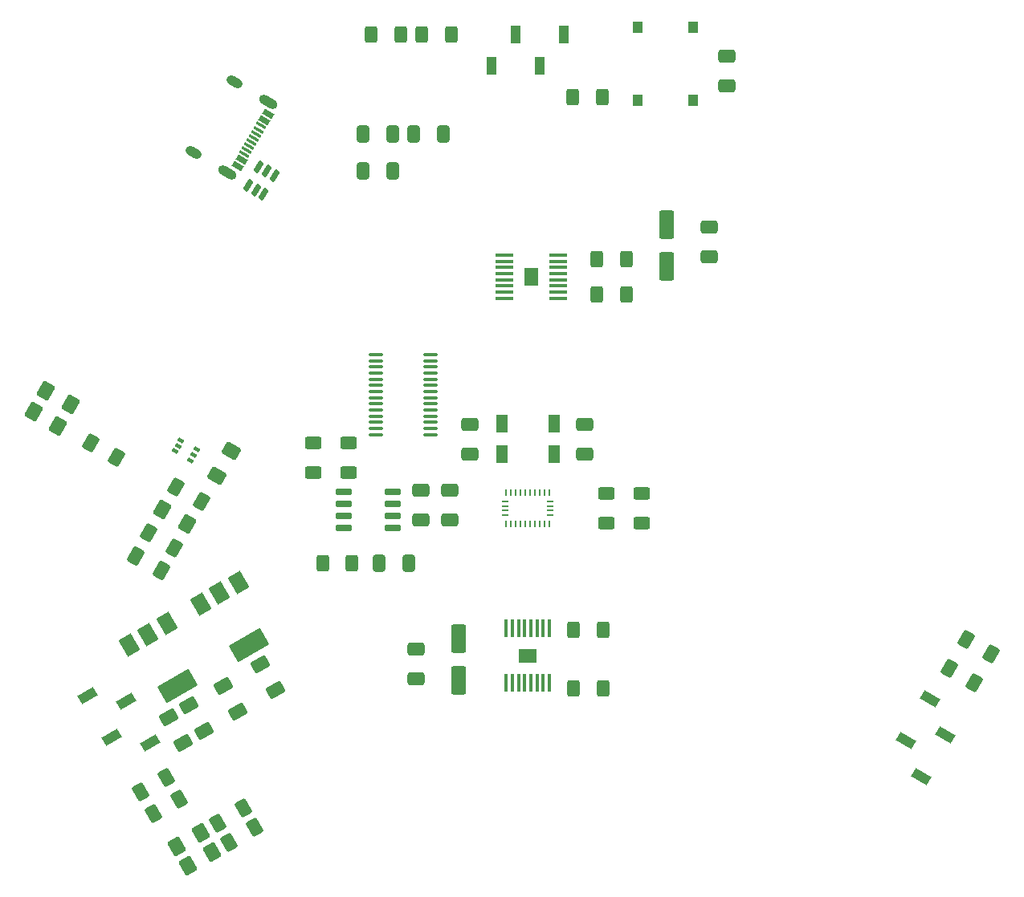
<source format=gbr>
%TF.GenerationSoftware,KiCad,Pcbnew,7.0.6*%
%TF.CreationDate,2024-05-15T12:06:43-04:00*%
%TF.ProjectId,remote_omnidirection_droid_v0.1,72656d6f-7465-45f6-9f6d-6e6964697265,rev?*%
%TF.SameCoordinates,Original*%
%TF.FileFunction,Paste,Top*%
%TF.FilePolarity,Positive*%
%FSLAX46Y46*%
G04 Gerber Fmt 4.6, Leading zero omitted, Abs format (unit mm)*
G04 Created by KiCad (PCBNEW 7.0.6) date 2024-05-15 12:06:43*
%MOMM*%
%LPD*%
G01*
G04 APERTURE LIST*
G04 Aperture macros list*
%AMRoundRect*
0 Rectangle with rounded corners*
0 $1 Rounding radius*
0 $2 $3 $4 $5 $6 $7 $8 $9 X,Y pos of 4 corners*
0 Add a 4 corners polygon primitive as box body*
4,1,4,$2,$3,$4,$5,$6,$7,$8,$9,$2,$3,0*
0 Add four circle primitives for the rounded corners*
1,1,$1+$1,$2,$3*
1,1,$1+$1,$4,$5*
1,1,$1+$1,$6,$7*
1,1,$1+$1,$8,$9*
0 Add four rect primitives between the rounded corners*
20,1,$1+$1,$2,$3,$4,$5,0*
20,1,$1+$1,$4,$5,$6,$7,0*
20,1,$1+$1,$6,$7,$8,$9,0*
20,1,$1+$1,$8,$9,$2,$3,0*%
%AMHorizOval*
0 Thick line with rounded ends*
0 $1 width*
0 $2 $3 position (X,Y) of the first rounded end (center of the circle)*
0 $4 $5 position (X,Y) of the second rounded end (center of the circle)*
0 Add line between two ends*
20,1,$1,$2,$3,$4,$5,0*
0 Add two circle primitives to create the rounded ends*
1,1,$1,$2,$3*
1,1,$1,$4,$5*%
%AMRotRect*
0 Rectangle, with rotation*
0 The origin of the aperture is its center*
0 $1 length*
0 $2 width*
0 $3 Rotation angle, in degrees counterclockwise*
0 Add horizontal line*
21,1,$1,$2,0,0,$3*%
G04 Aperture macros list end*
%ADD10RoundRect,0.100000X0.637500X0.100000X-0.637500X0.100000X-0.637500X-0.100000X0.637500X-0.100000X0*%
%ADD11RoundRect,0.250000X0.625000X-0.400000X0.625000X0.400000X-0.625000X0.400000X-0.625000X-0.400000X0*%
%ADD12R,1.300000X1.900000*%
%ADD13RoundRect,0.250000X-0.550000X1.250000X-0.550000X-1.250000X0.550000X-1.250000X0.550000X1.250000X0*%
%ADD14RoundRect,0.250000X0.650000X-0.412500X0.650000X0.412500X-0.650000X0.412500X-0.650000X-0.412500X0*%
%ADD15RoundRect,0.250000X0.658910X0.341266X-0.033910X0.741266X-0.658910X-0.341266X0.033910X-0.741266X0*%
%ADD16R,1.000000X1.900000*%
%ADD17RoundRect,0.250000X0.033910X0.741266X-0.658910X0.341266X-0.033910X-0.741266X0.658910X-0.341266X0*%
%ADD18RoundRect,0.250001X-0.713035X-0.310016X0.088036X-0.772515X0.713035X0.310016X-0.088036X0.772515X0*%
%ADD19RoundRect,0.250000X-0.658910X-0.341266X0.033910X-0.741266X0.658910X0.341266X-0.033910X0.741266X0*%
%ADD20RotRect,0.650000X0.400000X150.000000*%
%ADD21RoundRect,0.250000X-0.769167X0.032235X-0.356667X-0.682235X0.769167X-0.032235X0.356667X0.682235X0*%
%ADD22RoundRect,0.250000X-0.412500X-0.650000X0.412500X-0.650000X0.412500X0.650000X-0.412500X0.650000X0*%
%ADD23RotRect,1.900000X1.000000X30.000000*%
%ADD24RoundRect,0.250000X0.682235X0.356667X-0.032235X0.769167X-0.682235X-0.356667X0.032235X-0.769167X0*%
%ADD25R,1.000000X1.250000*%
%ADD26RoundRect,0.250000X-0.400000X-0.625000X0.400000X-0.625000X0.400000X0.625000X-0.400000X0.625000X0*%
%ADD27RoundRect,0.150000X-0.725000X-0.150000X0.725000X-0.150000X0.725000X0.150000X-0.725000X0.150000X0*%
%ADD28R,0.420766X1.955432*%
%ADD29RotRect,1.900000X1.000000X150.000000*%
%ADD30R,1.955432X0.420766*%
%ADD31RoundRect,0.250000X-0.033910X-0.741266X0.658910X-0.341266X0.033910X0.741266X-0.658910X0.341266X0*%
%ADD32RoundRect,0.250001X0.310016X-0.713035X0.772515X0.088036X-0.310016X0.713035X-0.772515X-0.088036X0*%
%ADD33RoundRect,0.250000X0.412500X0.650000X-0.412500X0.650000X-0.412500X-0.650000X0.412500X-0.650000X0*%
%ADD34RoundRect,0.250000X0.400000X0.625000X-0.400000X0.625000X-0.400000X-0.625000X0.400000X-0.625000X0*%
%ADD35RoundRect,0.250000X0.550000X-1.250000X0.550000X1.250000X-0.550000X1.250000X-0.550000X-1.250000X0*%
%ADD36RotRect,0.600000X1.150000X240.000000*%
%ADD37RotRect,0.300000X1.150000X240.000000*%
%ADD38HorizOval,1.000000X-0.476314X0.275000X0.476314X-0.275000X0*%
%ADD39HorizOval,1.000000X-0.346410X0.200000X0.346410X-0.200000X0*%
%ADD40RoundRect,0.150000X0.126346X0.518838X-0.386154X-0.368838X-0.126346X-0.518838X0.386154X0.368838X0*%
%ADD41R,0.254000X0.675000*%
%ADD42R,0.675000X0.254000*%
%ADD43RotRect,2.000000X1.500000X300.000000*%
%ADD44RotRect,2.000000X3.800000X300.000000*%
%ADD45RoundRect,0.250001X-0.088036X-0.772515X0.713035X-0.310016X0.088036X0.772515X-0.713035X0.310016X0*%
G04 APERTURE END LIST*
%TO.C,MD2*%
G36*
X102195000Y-125769289D02*
G01*
X100381778Y-125769289D01*
X100381778Y-124266067D01*
X102195000Y-124266067D01*
X102195000Y-125769289D01*
G37*
%TO.C,MD1*%
G36*
X102415002Y-85913293D02*
G01*
X100911780Y-85913293D01*
X100911780Y-84100071D01*
X102415002Y-84100071D01*
X102415002Y-85913293D01*
G37*
%TD*%
D10*
%TO.C,U5*%
X91006407Y-101677677D03*
X91006407Y-101027677D03*
X91006407Y-100377677D03*
X91006407Y-99727677D03*
X91006407Y-99077677D03*
X91006407Y-98427677D03*
X91006407Y-97777677D03*
X91006407Y-97127677D03*
X91006407Y-96477677D03*
X91006407Y-95827677D03*
X91006407Y-95177677D03*
X91006407Y-94527677D03*
X91006407Y-93877677D03*
X91006407Y-93227677D03*
X85281407Y-93227677D03*
X85281407Y-93877677D03*
X85281407Y-94527677D03*
X85281407Y-95177677D03*
X85281407Y-95827677D03*
X85281407Y-96477677D03*
X85281407Y-97127677D03*
X85281407Y-97777677D03*
X85281407Y-98427677D03*
X85281407Y-99077677D03*
X85281407Y-99727677D03*
X85281407Y-100377677D03*
X85281407Y-101027677D03*
X85281407Y-101677677D03*
%TD*%
D11*
%TO.C,R21*%
X109598389Y-110990569D03*
X109598389Y-107890569D03*
%TD*%
D12*
%TO.C,Y1*%
X98538387Y-103740569D03*
X104038387Y-103740569D03*
X104038387Y-100540569D03*
X98538387Y-100540569D03*
%TD*%
D13*
%TO.C,C11*%
X93998390Y-123192679D03*
X93998390Y-127592679D03*
%TD*%
D14*
%TO.C,C14*%
X107298389Y-103740572D03*
X107298389Y-100615572D03*
%TD*%
D15*
%TO.C,R3*%
X64047595Y-113610619D03*
X61362917Y-112060619D03*
%TD*%
D16*
%TO.C,J4*%
X105098388Y-59480676D03*
X102558388Y-62780676D03*
X100018388Y-59480676D03*
X97478388Y-62780676D03*
%TD*%
D17*
%TO.C,R4*%
X72462485Y-143142310D03*
X69777807Y-144692310D03*
%TD*%
D18*
%TO.C,D6*%
X50492945Y-97012967D03*
X53069371Y-98500467D03*
%TD*%
D19*
%TO.C,R12*%
X147483777Y-123260869D03*
X150168455Y-124810869D03*
%TD*%
D20*
%TO.C,Q1*%
X65742955Y-104374188D03*
X66067955Y-103811271D03*
X66392955Y-103248354D03*
X64747507Y-102298354D03*
X64422507Y-102861271D03*
X64097507Y-103424188D03*
%TD*%
D21*
%TO.C,C2*%
X63414084Y-131499913D03*
X64976584Y-134206243D03*
%TD*%
D17*
%TO.C,R5*%
X71300472Y-141099643D03*
X68615794Y-142649643D03*
%TD*%
D14*
%TO.C,C10*%
X89498388Y-127403071D03*
X89498388Y-124278071D03*
%TD*%
D15*
%TO.C,R13*%
X148394839Y-127882862D03*
X145710161Y-126332862D03*
%TD*%
D14*
%TO.C,C16*%
X89998390Y-110703070D03*
X89998390Y-107578070D03*
%TD*%
D11*
%TO.C,R16*%
X82398388Y-105690571D03*
X82398388Y-102590571D03*
%TD*%
D22*
%TO.C,C18*%
X85635892Y-115240573D03*
X88760892Y-115240573D03*
%TD*%
D23*
%TO.C,J2*%
X54854692Y-129248092D03*
X58982576Y-129797797D03*
X57394692Y-133647501D03*
X61522576Y-134197206D03*
%TD*%
D24*
%TO.C,C5*%
X62667582Y-116050886D03*
X59961252Y-114488386D03*
%TD*%
D25*
%TO.C,SW2*%
X118750908Y-58652678D03*
X118750908Y-66402678D03*
%TD*%
D26*
%TO.C,R17*%
X108564903Y-86886673D03*
X111664903Y-86886673D03*
%TD*%
D18*
%TO.C,D1*%
X62774584Y-109615545D03*
X65351010Y-111103045D03*
%TD*%
D21*
%TO.C,C6*%
X73113566Y-125899913D03*
X74676066Y-128606243D03*
%TD*%
D27*
%TO.C,U7*%
X81923391Y-107735569D03*
X81923391Y-109005569D03*
X81923391Y-110275569D03*
X81923391Y-111545569D03*
X87073391Y-111545569D03*
X87073391Y-110275569D03*
X87073391Y-109005569D03*
X87073391Y-107735569D03*
%TD*%
D28*
%TO.C,MD2*%
X99013391Y-127893062D03*
X99663389Y-127893062D03*
X100313391Y-127893062D03*
X100963389Y-127893062D03*
X101613391Y-127893062D03*
X102263389Y-127893062D03*
X102913391Y-127893062D03*
X103563389Y-127893062D03*
X103563389Y-122142294D03*
X102913391Y-122142294D03*
X102263389Y-122142294D03*
X101613391Y-122142294D03*
X100963389Y-122142294D03*
X100313391Y-122142294D03*
X99663389Y-122142294D03*
X99013391Y-122142294D03*
%TD*%
D29*
%TO.C,J5*%
X142781243Y-137805888D03*
X141193359Y-133956183D03*
X145321243Y-133406479D03*
X143733359Y-129556774D03*
%TD*%
D21*
%TO.C,C7*%
X65579146Y-130249915D03*
X67141646Y-132956245D03*
%TD*%
D18*
%TO.C,D4*%
X49192952Y-99264634D03*
X51769378Y-100752134D03*
%TD*%
D19*
%TO.C,R6*%
X64186257Y-107170467D03*
X66870935Y-108720467D03*
%TD*%
D30*
%TO.C,MD1*%
X98788007Y-82731684D03*
X98788007Y-83381682D03*
X98788007Y-84031684D03*
X98788007Y-84681682D03*
X98788007Y-85331684D03*
X98788007Y-85981682D03*
X98788007Y-86631684D03*
X98788007Y-87281682D03*
X104538775Y-87281682D03*
X104538775Y-86631684D03*
X104538775Y-85981682D03*
X104538775Y-85331684D03*
X104538775Y-84681682D03*
X104538775Y-84031684D03*
X104538775Y-83381682D03*
X104538775Y-82731684D03*
%TD*%
D31*
%TO.C,R7*%
X61836326Y-141661858D03*
X64521004Y-140111858D03*
%TD*%
D32*
%TO.C,D5*%
X68557535Y-105999188D03*
X70045035Y-103422762D03*
%TD*%
D33*
%TO.C,C9*%
X87069781Y-69922497D03*
X83944781Y-69922497D03*
%TD*%
D34*
%TO.C,R10*%
X87915908Y-59479679D03*
X84815908Y-59479679D03*
%TD*%
D11*
%TO.C,R22*%
X113288389Y-110990568D03*
X113288389Y-107890568D03*
%TD*%
D35*
%TO.C,C13*%
X115956906Y-83904677D03*
X115956906Y-79504677D03*
%TD*%
D36*
%TO.C,J1*%
X73904298Y-67804281D03*
X73504298Y-68497101D03*
D37*
X72929298Y-69493030D03*
X72429298Y-70359056D03*
X72179298Y-70792068D03*
X71679298Y-71658094D03*
D36*
X71104298Y-72654023D03*
X70704298Y-73346843D03*
X70704298Y-73346843D03*
X71104298Y-72654023D03*
D37*
X71429298Y-72091106D03*
X71929298Y-71225081D03*
X72679298Y-69926043D03*
X73179298Y-69060018D03*
D36*
X73504298Y-68497101D03*
X73904298Y-67804281D03*
D38*
X73966334Y-66546832D03*
D39*
X70346348Y-64456832D03*
D38*
X69646334Y-74029292D03*
D39*
X66026348Y-71939292D03*
%TD*%
D40*
%TO.C,U3*%
X74589566Y-74357362D03*
X73766842Y-73882362D03*
X72944118Y-73407362D03*
X71806618Y-75377570D03*
X72629342Y-75852570D03*
X73452066Y-76327570D03*
%TD*%
D26*
%TO.C,R18*%
X108564909Y-83126677D03*
X111664909Y-83126677D03*
%TD*%
%TO.C,R23*%
X79668388Y-115240569D03*
X82768388Y-115240569D03*
%TD*%
D25*
%TO.C,SW1*%
X112908908Y-58652673D03*
X112908908Y-66402673D03*
%TD*%
D31*
%TO.C,R8*%
X60508920Y-139362721D03*
X63193598Y-137812721D03*
%TD*%
D14*
%TO.C,C4*%
X122306909Y-64852177D03*
X122306909Y-61727177D03*
%TD*%
D34*
%TO.C,R11*%
X93249908Y-59479682D03*
X90149908Y-59479682D03*
%TD*%
D15*
%TO.C,R9*%
X57899071Y-104060174D03*
X55214393Y-102510174D03*
%TD*%
D26*
%TO.C,R19*%
X106125907Y-122309580D03*
X109225907Y-122309580D03*
%TD*%
D11*
%TO.C,R15*%
X78698388Y-105690571D03*
X78698388Y-102590571D03*
%TD*%
D41*
%TO.C,U6*%
X99038387Y-107788065D03*
D42*
X98900887Y-108700565D03*
X98900887Y-109200565D03*
X98900887Y-109700565D03*
X98900887Y-110200565D03*
D41*
X99038387Y-111113065D03*
X99538387Y-111113065D03*
X100038387Y-111113065D03*
X100538387Y-111113065D03*
X101038387Y-111113065D03*
X101538387Y-111113065D03*
X102038387Y-111113065D03*
X102538387Y-111113065D03*
X103038387Y-111113065D03*
X103538387Y-111113065D03*
D42*
X103675887Y-110200565D03*
X103675887Y-109700565D03*
X103675887Y-109200565D03*
X103675887Y-108700565D03*
D41*
X103538387Y-107788065D03*
X103038387Y-107788065D03*
X102538387Y-107788065D03*
X102038387Y-107788065D03*
X101538387Y-107788065D03*
X101038387Y-107788065D03*
X100538387Y-107788065D03*
X100038387Y-107788065D03*
X99538387Y-107788065D03*
%TD*%
D26*
%TO.C,R20*%
X106125905Y-128475782D03*
X109225905Y-128475782D03*
%TD*%
D14*
%TO.C,C15*%
X95198392Y-103740572D03*
X95198392Y-100615572D03*
%TD*%
%TO.C,C17*%
X93098388Y-110703070D03*
X93098388Y-107578070D03*
%TD*%
D43*
%TO.C,U2*%
X63241092Y-121600287D03*
X61249234Y-122750287D03*
D44*
X64399234Y-128206247D03*
D43*
X59257376Y-123900287D03*
%TD*%
D45*
%TO.C,D3*%
X64272856Y-145157049D03*
X66849282Y-143669549D03*
%TD*%
D33*
%TO.C,C8*%
X87069779Y-73830675D03*
X83944779Y-73830675D03*
%TD*%
D14*
%TO.C,C12*%
X120401905Y-82886173D03*
X120401905Y-79761173D03*
%TD*%
D43*
%TO.C,U1*%
X70775508Y-117250286D03*
X68783650Y-118400286D03*
D44*
X71933650Y-123856246D03*
D43*
X66791792Y-119550286D03*
%TD*%
D22*
%TO.C,C3*%
X89234910Y-69955680D03*
X92359910Y-69955680D03*
%TD*%
D34*
%TO.C,R14*%
X109124905Y-66083677D03*
X106024905Y-66083677D03*
%TD*%
D21*
%TO.C,C1*%
X69175139Y-128173771D03*
X70737639Y-130880101D03*
%TD*%
D45*
%TO.C,D2*%
X65447852Y-147192201D03*
X68024278Y-145704701D03*
%TD*%
M02*

</source>
